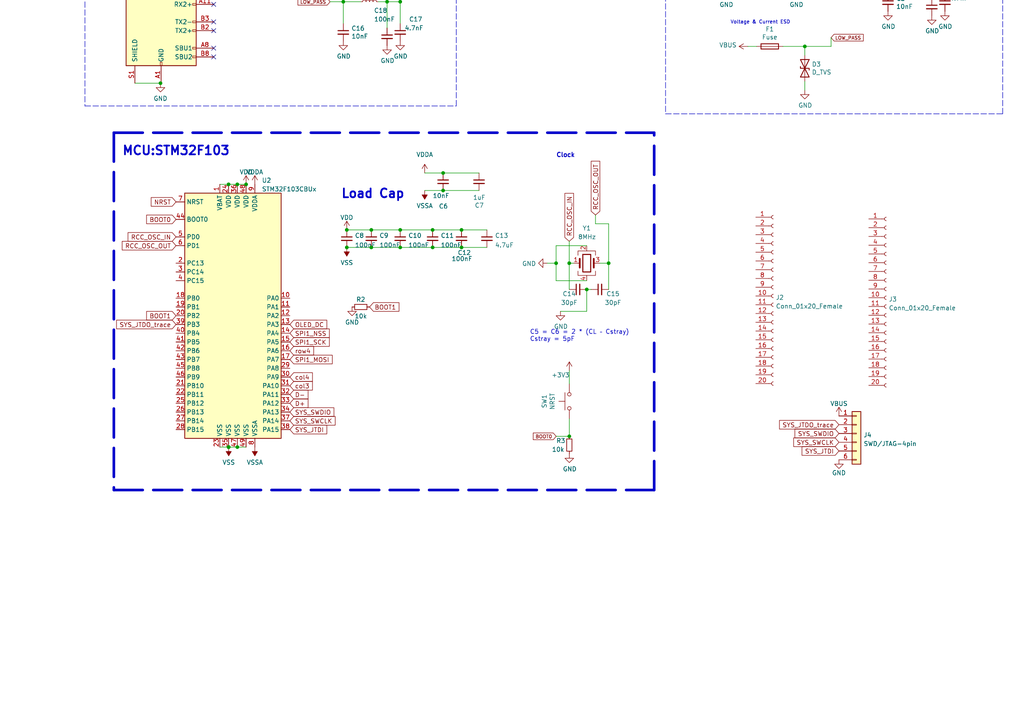
<source format=kicad_sch>
(kicad_sch (version 20211123) (generator eeschema)
  (paper "A4")
  (lib_symbols
    (symbol "Connector:Conn_01x20_Female" (pin_names (offset 1.016) hide)
      (property "Reference" "J" (at 0 25.4 0))
      (property "Value" "Conn_01x20_Female" (at 0 -27.94 0))
      (symbol "Conn_01x20_Female_1_1"
        (pin passive line (at -5.08 22.86 0) (length 3.81) (name "Pin_1") (number "1"))
        (pin passive line (at -5.08 0 0) (length 3.81) (name "Pin_10") (number "10"))
        (pin passive line (at -5.08 -2.54 0) (length 3.81) (name "Pin_11") (number "11"))
        (pin passive line (at -5.08 -5.08 0) (length 3.81) (name "Pin_12") (number "12"))
        (pin passive line (at -5.08 -7.62 0) (length 3.81) (name "Pin_13") (number "13"))
        (pin passive line (at -5.08 -10.16 0) (length 3.81) (name "Pin_14") (number "14"))
        (pin passive line (at -5.08 -12.7 0) (length 3.81) (name "Pin_15") (number "15"))
        (pin passive line (at -5.08 -15.24 0) (length 3.81) (name "Pin_16") (number "16"))
        (pin passive line (at -5.08 -17.78 0) (length 3.81) (name "Pin_17") (number "17"))
        (pin passive line (at -5.08 -20.32 0) (length 3.81) (name "Pin_18") (number "18"))
        (pin passive line (at -5.08 -22.86 0) (length 3.81) (name "Pin_19") (number "19"))
        (pin passive line (at -5.08 20.32 0) (length 3.81) (name "Pin_2") (number "2"))
        (pin passive line (at -5.08 -25.4 0) (length 3.81) (name "Pin_20") (number "20"))
        (pin passive line (at -5.08 17.78 0) (length 3.81) (name "Pin_3") (number "3"))
        (pin passive line (at -5.08 15.24 0) (length 3.81) (name "Pin_4") (number "4"))
        (pin passive line (at -5.08 12.7 0) (length 3.81) (name "Pin_5") (number "5"))
        (pin passive line (at -5.08 10.16 0) (length 3.81) (name "Pin_6") (number "6"))
        (pin passive line (at -5.08 7.62 0) (length 3.81) (name "Pin_7") (number "7"))
        (pin passive line (at -5.08 5.08 0) (length 3.81) (name "Pin_8") (number "8"))
        (pin passive line (at -5.08 2.54 0) (length 3.81) (name "Pin_9") (number "9"))
      )
    )
    (symbol "Connector:USB_C_Receptacle" (pin_names (offset 1.016))
      (property "Reference" "J" (at -10.16 29.21 0))
      (property "Value" "USB_C_Receptacle" (at 10.16 29.21 0))
      (symbol "USB_C_Receptacle_1_1"
        (pin passive line (at 0 -40.64 90) (length 5.08) (name "GND") (number "A1"))
        (pin bidirectional line (at 15.24 -15.24 180) (length 5.08) (name "RX2-") (number "A10"))
        (pin bidirectional line (at 15.24 -17.78 180) (length 5.08) (name "RX2+") (number "A11"))
        (pin passive line (at 0 -40.64 90) (length 5.08) hide (name "GND") (number "A12"))
        (pin bidirectional line (at 15.24 -10.16 180) (length 5.08) (name "TX1+") (number "A2"))
        (pin bidirectional line (at 15.24 -7.62 180) (length 5.08) (name "TX1-") (number "A3"))
        (pin passive line (at 15.24 25.4 180) (length 5.08) (name "VBUS") (number "A4"))
        (pin bidirectional line (at 15.24 20.32 180) (length 5.08) (name "CC1") (number "A5"))
        (pin bidirectional line (at 15.24 7.62 180) (length 5.08) (name "D+") (number "A6"))
        (pin bidirectional line (at 15.24 12.7 180) (length 5.08) (name "D-") (number "A7"))
        (pin bidirectional line (at 15.24 -30.48 180) (length 5.08) (name "SBU1") (number "A8"))
        (pin passive line (at 15.24 25.4 180) (length 5.08) hide (name "VBUS") (number "A9"))
        (pin passive line (at 0 -40.64 90) (length 5.08) hide (name "GND") (number "B1"))
        (pin bidirectional line (at 15.24 0 180) (length 5.08) (name "RX1-") (number "B10"))
        (pin bidirectional line (at 15.24 -2.54 180) (length 5.08) (name "RX1+") (number "B11"))
        (pin passive line (at 0 -40.64 90) (length 5.08) hide (name "GND") (number "B12"))
        (pin bidirectional line (at 15.24 -25.4 180) (length 5.08) (name "TX2+") (number "B2"))
        (pin bidirectional line (at 15.24 -22.86 180) (length 5.08) (name "TX2-") (number "B3"))
        (pin passive line (at 15.24 25.4 180) (length 5.08) hide (name "VBUS") (number "B4"))
        (pin bidirectional line (at 15.24 17.78 180) (length 5.08) (name "CC2") (number "B5"))
        (pin bidirectional line (at 15.24 5.08 180) (length 5.08) (name "D+") (number "B6"))
        (pin bidirectional line (at 15.24 10.16 180) (length 5.08) (name "D-") (number "B7"))
        (pin bidirectional line (at 15.24 -33.02 180) (length 5.08) (name "SBU2") (number "B8"))
        (pin passive line (at 15.24 25.4 180) (length 5.08) hide (name "VBUS") (number "B9"))
        (pin passive line (at -7.62 -40.64 90) (length 5.08) (name "SHIELD") (number "S1"))
      )
    )
    (symbol "Connector_Generic:Conn_01x06" (pin_names (offset 1.016) hide)
      (property "Reference" "J" (at 0 7.62 0))
      (property "Value" "Conn_01x06" (at 0 -10.16 0))
      (symbol "Conn_01x06_1_1"
        (pin passive line (at -5.08 5.08 0) (length 3.81) (name "Pin_1") (number "1"))
        (pin passive line (at -5.08 2.54 0) (length 3.81) (name "Pin_2") (number "2"))
        (pin passive line (at -5.08 0 0) (length 3.81) (name "Pin_3") (number "3"))
        (pin passive line (at -5.08 -2.54 0) (length 3.81) (name "Pin_4") (number "4"))
        (pin passive line (at -5.08 -5.08 0) (length 3.81) (name "Pin_5") (number "5"))
        (pin passive line (at -5.08 -7.62 0) (length 3.81) (name "Pin_6") (number "6"))
      )
    )
    (symbol "Device:C_Small" (pin_numbers hide) (pin_names (offset 0.254) hide)
      (property "Reference" "C" (at 0.254 1.778 0))
      (property "Value" "C_Small" (at 0.254 -2.032 0))
      (symbol "C_Small_1_1"
        (pin passive line (at 0 2.54 270) (length 2.032) (name "~") (number "1"))
        (pin passive line (at 0 -2.54 90) (length 2.032) (name "~") (number "2"))
      )
    )
    (symbol "Device:Crystal_GND24" (pin_names (offset 1.016) hide)
      (property "Reference" "Y" (at 3.175 5.08 0))
      (property "Value" "Crystal_GND24" (at 3.175 3.175 0))
      (symbol "Crystal_GND24_1_1"
        (pin passive line (at -3.81 0 0) (length 1.27) (name "1") (number "1"))
        (pin passive line (at 0 5.08 270) (length 1.27) (name "2") (number "2"))
        (pin passive line (at 3.81 0 180) (length 1.27) (name "3") (number "3"))
        (pin passive line (at 0 -5.08 90) (length 1.27) (name "4") (number "4"))
      )
    )
    (symbol "Device:D_TVS" (pin_numbers hide) (pin_names (offset 1.016) hide)
      (property "Reference" "D" (at 0 2.54 0))
      (property "Value" "D_TVS" (at 0 -2.54 0))
      (symbol "D_TVS_1_1"
        (pin passive line (at -3.81 0 0) (length 2.54) (name "A1") (number "1"))
        (pin passive line (at 3.81 0 180) (length 2.54) (name "A2") (number "2"))
      )
    )
    (symbol "Device:Fuse" (pin_numbers hide) (pin_names (offset 0))
      (property "Reference" "F" (at 2.032 0 90))
      (property "Value" "Fuse" (at -1.905 0 90))
      (symbol "Fuse_1_1"
        (pin passive line (at 0 3.81 270) (length 1.27) (name "~") (number "1"))
        (pin passive line (at 0 -3.81 90) (length 1.27) (name "~") (number "2"))
      )
    )
    (symbol "Device:LED" (pin_numbers hide) (pin_names (offset 1.016) hide)
      (property "Reference" "D" (at 0 2.54 0))
      (property "Value" "LED" (at 0 -2.54 0))
      (symbol "LED_1_1"
        (pin passive line (at -3.81 0 0) (length 2.54) (name "K") (number "1"))
        (pin passive line (at 3.81 0 180) (length 2.54) (name "A") (number "2"))
      )
    )
    (symbol "Device:L_Small" (pin_numbers hide) (pin_names (offset 0.254) hide)
      (property "Reference" "L" (at 0.762 1.016 0))
      (property "Value" "L_Small" (at 0.762 -1.016 0))
      (symbol "L_Small_1_1"
        (pin passive line (at 0 2.54 270) (length 0.508) (name "~") (number "1"))
        (pin passive line (at 0 -2.54 90) (length 0.508) (name "~") (number "2"))
      )
    )
    (symbol "Device:R_Small" (pin_numbers hide) (pin_names (offset 0.254) hide)
      (property "Reference" "R" (at 0.762 0.508 0))
      (property "Value" "R_Small" (at 0.762 -1.016 0))
      (symbol "R_Small_1_1"
        (pin passive line (at 0 2.54 270) (length 0.762) (name "~") (number "1"))
        (pin passive line (at 0 -2.54 90) (length 0.762) (name "~") (number "2"))
      )
    )
    (symbol "MCU_ST_STM32F1:STM32F103CBUx"
      (property "Reference" "U" (at -15.24 36.83 0))
      (property "Value" "STM32F103CBUx" (at 7.62 36.83 0))
      (symbol "STM32F103CBUx_1_1"
        (pin power_in line (at -5.08 38.1 270) (length 2.54) (name "VBAT") (number "1"))
        (pin bidirectional line (at 15.24 5.08 180) (length 2.54) (name "PA0") (number "10"))
        (pin bidirectional line (at 15.24 2.54 180) (length 2.54) (name "PA1") (number "11"))
        (pin bidirectional line (at 15.24 0 180) (length 2.54) (name "PA2") (number "12"))
        (pin bidirectional line (at 15.24 -2.54 180) (length 2.54) (name "PA3") (number "13"))
        (pin bidirectional line (at 15.24 -5.08 180) (length 2.54) (name "PA4") (number "14"))
        (pin bidirectional line (at 15.24 -7.62 180) (length 2.54) (name "PA5") (number "15"))
        (pin bidirectional line (at 15.24 -10.16 180) (length 2.54) (name "PA6") (number "16"))
        (pin bidirectional line (at 15.24 -12.7 180) (length 2.54) (name "PA7") (number "17"))
        (pin bidirectional line (at -17.78 5.08 0) (length 2.54) (name "PB0") (number "18"))
        (pin bidirectional line (at -17.78 2.54 0) (length 2.54) (name "PB1") (number "19"))
        (pin bidirectional line (at -17.78 15.24 0) (length 2.54) (name "PC13") (number "2"))
        (pin bidirectional line (at -17.78 0 0) (length 2.54) (name "PB2") (number "20"))
        (pin bidirectional line (at -17.78 -20.32 0) (length 2.54) (name "PB10") (number "21"))
        (pin bidirectional line (at -17.78 -22.86 0) (length 2.54) (name "PB11") (number "22"))
        (pin power_in line (at -5.08 -38.1 90) (length 2.54) (name "VSS") (number "23"))
        (pin power_in line (at -2.54 38.1 270) (length 2.54) (name "VDD") (number "24"))
        (pin bidirectional line (at -17.78 -25.4 0) (length 2.54) (name "PB12") (number "25"))
        (pin bidirectional line (at -17.78 -27.94 0) (length 2.54) (name "PB13") (number "26"))
        (pin bidirectional line (at -17.78 -30.48 0) (length 2.54) (name "PB14") (number "27"))
        (pin bidirectional line (at -17.78 -33.02 0) (length 2.54) (name "PB15") (number "28"))
        (pin bidirectional line (at 15.24 -15.24 180) (length 2.54) (name "PA8") (number "29"))
        (pin bidirectional line (at -17.78 12.7 0) (length 2.54) (name "PC14") (number "3"))
        (pin bidirectional line (at 15.24 -17.78 180) (length 2.54) (name "PA9") (number "30"))
        (pin bidirectional line (at 15.24 -20.32 180) (length 2.54) (name "PA10") (number "31"))
        (pin bidirectional line (at 15.24 -22.86 180) (length 2.54) (name "PA11") (number "32"))
        (pin bidirectional line (at 15.24 -25.4 180) (length 2.54) (name "PA12") (number "33"))
        (pin bidirectional line (at 15.24 -27.94 180) (length 2.54) (name "PA13") (number "34"))
        (pin power_in line (at -2.54 -38.1 90) (length 2.54) (name "VSS") (number "35"))
        (pin power_in line (at 0 38.1 270) (length 2.54) (name "VDD") (number "36"))
        (pin bidirectional line (at 15.24 -30.48 180) (length 2.54) (name "PA14") (number "37"))
        (pin bidirectional line (at 15.24 -33.02 180) (length 2.54) (name "PA15") (number "38"))
        (pin bidirectional line (at -17.78 -2.54 0) (length 2.54) (name "PB3") (number "39"))
        (pin bidirectional line (at -17.78 10.16 0) (length 2.54) (name "PC15") (number "4"))
        (pin bidirectional line (at -17.78 -5.08 0) (length 2.54) (name "PB4") (number "40"))
        (pin bidirectional line (at -17.78 -7.62 0) (length 2.54) (name "PB5") (number "41"))
        (pin bidirectional line (at -17.78 -10.16 0) (length 2.54) (name "PB6") (number "42"))
        (pin bidirectional line (at -17.78 -12.7 0) (length 2.54) (name "PB7") (number "43"))
        (pin input line (at -17.78 27.94 0) (length 2.54) (name "BOOT0") (number "44"))
        (pin bidirectional line (at -17.78 -15.24 0) (length 2.54) (name "PB8") (number "45"))
        (pin bidirectional line (at -17.78 -17.78 0) (length 2.54) (name "PB9") (number "46"))
        (pin power_in line (at 0 -38.1 90) (length 2.54) (name "VSS") (number "47"))
        (pin power_in line (at 2.54 38.1 270) (length 2.54) (name "VDD") (number "48"))
        (pin power_in line (at 2.54 -38.1 90) (length 2.54) (name "VSS") (number "49"))
        (pin input line (at -17.78 22.86 0) (length 2.54) (name "PD0") (number "5"))
        (pin input line (at -17.78 20.32 0) (length 2.54) (name "PD1") (number "6"))
        (pin input line (at -17.78 33.02 0) (length 2.54) (name "NRST") (number "7"))
        (pin power_in line (at 5.08 -38.1 90) (length 2.54) (name "VSSA") (number "8"))
        (pin power_in line (at 5.08 38.1 270) (length 2.54) (name "VDDA") (number "9"))
      )
    )
    (symbol "Regulator_Linear:MCP1754S-3302xCB"
      (property "Reference" "U" (at -3.81 3.175 0))
      (property "Value" "MCP1754S-3302xCB" (at -0.635 3.175 0))
      (symbol "MCP1754S-3302xCB_1_1"
        (pin power_in line (at 0 -7.62 90) (length 2.54) (name "GND") (number "1"))
        (pin power_out line (at 7.62 0 180) (length 2.54) (name "VO") (number "2"))
        (pin power_in line (at -7.62 0 0) (length 2.54) (name "VI") (number "3"))
      )
    )
    (symbol "Switch:SW_Push" (pin_numbers hide) (pin_names (offset 1.016) hide)
      (property "Reference" "SW" (at 1.27 2.54 0))
      (property "Value" "SW_Push" (at 0 -1.524 0))
      (symbol "SW_Push_0_1"
        (pin passive line (at -5.08 0 0) (length 2.54) (name "1") (number "1"))
        (pin passive line (at 5.08 0 180) (length 2.54) (name "2") (number "2"))
      )
    )
    (symbol "power:+3.3V" (power) (pin_names (offset 0))
      (property "Value" "+3.3V" (at 0 3.556 0))
      (symbol "+3.3V_1_1"
        (pin power_in line (at 0 0 90) (length 0) hide (name "+3V3") (number "1"))
      )
    )
    (symbol "power:+5V" (power) (pin_names (offset 0))
      (property "Value" "+5V" (at 0 3.556 0))
      (symbol "+5V_1_1"
        (pin power_in line (at 0 0 90) (length 0) hide (name "+5V") (number "1"))
      )
    )
    (symbol "power:GND" (power) (pin_names (offset 0))
      (property "Value" "GND" (at 0 -3.81 0))
      (symbol "GND_1_1"
        (pin power_in line (at 0 0 270) (length 0) hide (name "GND") (number "1"))
      )
    )
    (symbol "power:PWR_FLAG" (power) (pin_numbers hide) (pin_names (offset 0) hide)
      (property "Value" "PWR_FLAG" (at 0 3.81 0))
      (symbol "PWR_FLAG_0_0"
        (pin power_out line (at 0 0 90) (length 0) (name "pwr") (number "1"))
      )
    )
    (symbol "power:VBUS" (power) (pin_names (offset 0))
      (property "Value" "VBUS" (at 0 3.81 0))
      (symbol "VBUS_1_1"
        (pin power_in line (at 0 0 90) (length 0) hide (name "VBUS") (number "1"))
      )
    )
    (symbol "power:VDD" (power) (pin_names (offset 0))
      (property "Value" "VDD" (at 0 3.81 0))
      (symbol "VDD_1_1"
        (pin power_in line (at 0 0 90) (length 0) hide (name "VDD") (number "1"))
      )
    )
    (symbol "power:VDDA" (power) (pin_names (offset 0))
      (property "Value" "VDDA" (at 0 3.81 0))
      (symbol "VDDA_1_1"
        (pin power_in line (at 0 0 90) (length 0) hide (name "VDDA") (number "1"))
      )
    )
    (symbol "power:VSS" (power) (pin_names (offset 0))
      (property "Value" "VSS" (at 0 3.81 0))
      (symbol "VSS_1_1"
        (pin power_in line (at 0 0 90) (length 0) hide (name "VSS") (number "1"))
      )
    )
    (symbol "power:VSSA" (power) (pin_names (offset 0))
      (property "Value" "VSSA" (at 0 3.81 0))
      (symbol "VSSA_1_1"
        (pin power_in line (at 0 0 90) (length 0) hide (name "VSSA") (number "1"))
      )
    )
  )
  (junction (at 125.476 71.7641))
  (junction (at 165.127 126.5554))
  (junction (at 68.834 129.6761))
  (junction (at 257.556 -8.128))
  (junction (at 128.524 50.1741))
  (junction (at 61.976 -26.67))
  (junction (at 125.476 66.6841))
  (junction (at 210.566 -15.748))
  (junction (at 165.1 76.3361))
  (junction (at 133.858 71.7641))
  (junction (at 233.426 13.462))
  (junction (at 128.524 55.2541))
  (junction (at 112.268 0.508))
  (junction (at 46.5454 24.13))
  (junction (at 274.066 -8.128))
  (junction (at 107.696 71.7641))
  (junction (at 66.294 129.6761))
  (junction (at 176.53 76.3361))
  (junction (at 116.078 0.508))
  (junction (at 270.256 -8.128))
  (junction (at 116.078 66.6841))
  (junction (at 66.3334 129.6761))
  (junction (at 61.976 -24.13))
  (junction (at 170.18 83.9561))
  (junction (at 133.858 66.6841))
  (junction (at 232.156 -15.748))
  (junction (at 107.696 66.6841))
  (junction (at 230.886 -15.748))
  (junction (at 71.374 53.4761))
  (junction (at 99.568 0.508))
  (junction (at 161.29 76.3361))
  (junction (at 68.834 53.4761))
  (junction (at 108.204 -35.814))
  (junction (at 100.584 66.6841))
  (junction (at 274.066 -11.938))
  (junction (at 66.294 53.4761))
  (junction (at 116.078 71.7641))
  (junction (at 100.584 71.7641))
  (junction (at 116.078 -3.302))
  (no_connect (at 61.976 -16.51))
  (no_connect (at 61.976 -13.97))
  (no_connect (at 61.976 -8.89))
  (no_connect (at 61.976 -6.35))
  (no_connect (at 61.976 -1.27))
  (no_connect (at 61.976 1.27))
  (no_connect (at 61.976 6.35))
  (no_connect (at 61.976 8.89))
  (no_connect (at 61.976 13.97))
  (no_connect (at 61.976 16.51))
  (wire (pts (xy 161.29 76.3361) (xy 161.29 81.4161)))
  (wire (pts (xy 253.746 -8.128) (xy 257.556 -8.128)))
  (polyline (pts (xy 193.04 33.02) (xy 290.83 33.02)))
  (wire (pts (xy 128.524 50.1741) (xy 123.1814 50.1741)))
  (wire (pts (xy 101.854 -35.814) (xy 108.204 -35.814)))
  (polyline (pts (xy 24.638 -49.784) (xy 24.638 30.734)))
  (wire (pts (xy 46.5454 24.13) (xy 46.736 24.13)))
  (wire (pts (xy 61.976 -36.83) (xy 63.246 -36.83)))
  (wire (pts (xy 63.754 129.6761) (xy 66.294 129.6761)))
  (wire (pts (xy 230.886 -15.748) (xy 230.886 -8.128)))
  (wire (pts (xy 66.294 129.6761) (xy 66.3334 129.6761)))
  (wire (pts (xy 241.046 13.462) (xy 241.046 10.922)))
  (wire (pts (xy 68.834 53.4761) (xy 71.374 53.4761)))
  (polyline (pts (xy 33.02 38.4901) (xy 189.738 38.4901)) (stroke (width 0.762) (type dash)))
  (wire (pts (xy 233.426 13.462) (xy 233.426 16.002)))
  (wire (pts (xy 227.076 13.462) (xy 233.426 13.462)))
  (wire (pts (xy 107.696 66.6841) (xy 116.078 66.6841)))
  (wire (pts (xy 233.426 23.622) (xy 233.426 26.162)))
  (wire (pts (xy 68.834 129.6761) (xy 71.374 129.6761)))
  (wire (pts (xy 257.556 -8.128) (xy 257.556 -1.778)))
  (wire (pts (xy 61.976 -29.21) (xy 61.976 -26.67)))
  (wire (pts (xy 165.1 76.3361) (xy 165.1 69.9861)))
  (wire (pts (xy 267.716 -8.128) (xy 270.256 -8.128)))
  (wire (pts (xy 176.53 76.3361) (xy 176.53 83.9561)))
  (wire (pts (xy 210.566 -15.748) (xy 210.566 -24.638)))
  (wire (pts (xy 210.566 -24.638) (xy 216.916 -24.638)))
  (wire (pts (xy 108.204 -25.654) (xy 108.204 -23.114)))
  (wire (pts (xy 176.53 64.9061) (xy 172.72 64.9061)))
  (wire (pts (xy 115.824 -35.814) (xy 115.824 -38.354)))
  (wire (pts (xy 61.976 -34.29) (xy 63.246 -34.29)))
  (wire (pts (xy 213.106 -15.748) (xy 210.566 -15.748)))
  (wire (pts (xy 39.116 24.13) (xy 46.5454 24.13)))
  (polyline (pts (xy 132.334 30.734) (xy 132.334 -49.784)))
  (wire (pts (xy 230.886 -15.748) (xy 232.156 -15.748)))
  (wire (pts (xy 162.56 90.3061) (xy 170.18 90.3061)))
  (wire (pts (xy 161.29 76.3361) (xy 158.75 76.3361)))
  (wire (pts (xy 112.268 0.508) (xy 116.078 0.508)))
  (wire (pts (xy 133.858 71.7641) (xy 141.224 71.7641)))
  (wire (pts (xy 125.476 71.7641) (xy 133.858 71.7641)))
  (wire (pts (xy 232.156 -15.748) (xy 233.426 -15.748)))
  (wire (pts (xy 165.1 83.9561) (xy 165.1 76.3361)))
  (wire (pts (xy 274.066 -13.208) (xy 274.066 -11.938)))
  (wire (pts (xy 268.986 -30.988) (xy 274.066 -30.988)))
  (wire (pts (xy 166.37 76.3361) (xy 165.1 76.3361)))
  (wire (pts (xy 95.758 0.508) (xy 99.568 0.508)))
  (wire (pts (xy 116.078 66.6841) (xy 125.476 66.6841)))
  (polyline (pts (xy 24.638 30.734) (xy 132.334 30.734)))
  (wire (pts (xy 125.476 71.7641) (xy 116.078 71.7641)))
  (wire (pts (xy 116.078 71.7641) (xy 107.696 71.7641)))
  (wire (pts (xy 63.754 53.4761) (xy 66.294 53.4761)))
  (wire (pts (xy 116.078 -3.302) (xy 116.078 0.508)))
  (wire (pts (xy 219.456 13.462) (xy 216.916 13.462)))
  (wire (pts (xy 108.204 -35.814) (xy 115.824 -35.814)))
  (wire (pts (xy 170.18 71.2561) (xy 161.29 71.2561)))
  (wire (pts (xy 274.066 -11.938) (xy 274.066 -8.128)))
  (wire (pts (xy 112.268 0.508) (xy 112.268 8.128)))
  (wire (pts (xy 61.976 -24.13) (xy 61.976 -21.59)))
  (wire (pts (xy 257.556 -8.128) (xy 262.636 -8.128)))
  (wire (pts (xy 170.18 83.9561) (xy 171.45 83.9561)))
  (polyline (pts (xy 24.638 -49.784) (xy 132.334 -49.784)))
  (wire (pts (xy 128.524 50.1741) (xy 138.938 50.1741)))
  (wire (pts (xy 125.476 66.6841) (xy 133.858 66.6841)))
  (polyline (pts (xy 193.04 -40.132) (xy 290.83 -40.132)))
  (wire (pts (xy 170.18 90.3061) (xy 170.18 83.9561)))
  (wire (pts (xy 173.99 76.3361) (xy 176.53 76.3361)))
  (wire (pts (xy 161.29 71.2561) (xy 161.29 76.3361)))
  (polyline (pts (xy 290.83 33.02) (xy 290.83 -40.132)))
  (wire (pts (xy 232.156 -28.448) (xy 238.506 -28.448)))
  (wire (pts (xy 233.426 13.462) (xy 241.046 13.462)))
  (wire (pts (xy 133.858 66.6841) (xy 141.224 66.6841)))
  (wire (pts (xy 61.976 -26.67) (xy 67.1864 -26.67)))
  (polyline (pts (xy 33.02 38.4901) (xy 33.02 142.1221)) (stroke (width 0.762) (type dash)))
  (wire (pts (xy 224.536 -24.638) (xy 230.886 -24.638)))
  (wire (pts (xy 116.078 -4.572) (xy 116.078 -3.302)))
  (polyline (pts (xy 33.02 142.1221) (xy 189.738 142.1221)) (stroke (width 0.762) (type dash)))
  (wire (pts (xy 107.696 71.7641) (xy 100.584 71.7641)))
  (wire (pts (xy 165.127 107.5054) (xy 165.127 111.3154)))
  (wire (pts (xy 109.728 0.508) (xy 112.268 0.508)))
  (wire (pts (xy 161.29 81.4161) (xy 170.18 81.4161)))
  (wire (pts (xy 165.127 126.5554) (xy 161.317 126.5554)))
  (wire (pts (xy 128.524 55.2541) (xy 123.1814 55.2541)))
  (wire (pts (xy 232.156 -28.448) (xy 232.156 -15.748)))
  (wire (pts (xy 274.066 -8.128) (xy 274.066 -1.778)))
  (wire (pts (xy 99.568 0.508) (xy 99.568 6.858)))
  (polyline (pts (xy 193.04 -40.132) (xy 193.04 33.02)))
  (wire (pts (xy 94.234 -35.814) (xy 91.694 -35.814)))
  (wire (pts (xy 230.886 -24.638) (xy 230.886 -15.748)))
  (wire (pts (xy 138.938 55.2541) (xy 128.524 55.2541)))
  (polyline (pts (xy 189.738 142.1221) (xy 189.738 38.4901)) (stroke (width 0.762) (type dash)))
  (wire (pts (xy 274.066 -30.988) (xy 274.066 -28.448)))
  (wire (pts (xy 108.204 -35.814) (xy 108.204 -33.274)))
  (wire (pts (xy 270.256 -8.128) (xy 270.256 -0.508)))
  (wire (pts (xy 209.296 -15.748) (xy 210.566 -15.748)))
  (wire (pts (xy 270.256 -8.128) (xy 274.066 -8.128)))
  (wire (pts (xy 116.078 0.508) (xy 116.078 6.858)))
  (wire (pts (xy 165.127 126.5554) (xy 165.127 121.4754)))
  (wire (pts (xy 66.294 53.4761) (xy 68.834 53.4761)))
  (wire (pts (xy 99.568 0.508) (xy 104.648 0.508)))
  (wire (pts (xy 228.346 -15.748) (xy 230.886 -15.748)))
  (wire (pts (xy 172.72 64.9061) (xy 172.72 62.3661)))
  (wire (pts (xy 100.584 66.6841) (xy 107.696 66.6841)))
  (wire (pts (xy 210.566 -15.748) (xy 210.566 -8.128)))
  (wire (pts (xy 66.3334 129.6761) (xy 68.834 129.6761)))
  (wire (pts (xy 61.976 -24.13) (xy 67.1694 -24.13)))
  (wire (pts (xy 176.53 64.9061) (xy 176.53 76.3361)))
  (text "MCU:STM32F103" (at 35.306 45.3481 0) (effects (font (size 2.54 2.54) (thickness 0.508) bold) (justify left bottom)))
  (text "Load Cap\n" (at 98.806 57.7941 0) (effects (font (size 2.54 2.54) (thickness 0.508) bold) (justify left bottom)))
  (text "Clock" (at 161.29 45.8561 0) (effects (font (size 1.27 1.27) (thickness 0.254) bold) (justify left bottom)))
  (text "Voltage & Current ESD" (at 211.836 7.112 0) (effects (font (size 0.9906 0.9906)) (justify left bottom)))
  (text "Low Pass Filter\n" (at 88.138 -5.842 0) (effects (font (size 0.9906 0.9906)) (justify left bottom)))
  (text "Regulator" (at 202.946 -28.448 0) (effects (font (size 0.9906 0.9906)) (justify left bottom)))
  (text "C5 = C6 = 2 * (CL – Cstray)\nCstray = 5pF" (at 153.67 99.1961 0) (effects (font (size 1.27 1.27)) (justify left bottom)))
  (text "Low Pass Filter\n" (at 246.126 -14.478 0) (effects (font (size 0.9906 0.9906)) (justify left bottom)))
  (global_label "LOW_PASS" (shape input) (at 115.824 -38.354 0) (effects (font (size 0.9906 0.9906))) (property "Intersheet References" "${INTERSHEET_REFS}" (effects hide)))
  (global_label "D+" (shape input) (at 84.074 116.9761 0) (property "Intersheet References" "${INTERSHEET_REFS}" (effects hide)))
  (global_label "NRST" (shape input) (at 51.054 58.5561 180) (property "Intersheet References" "${INTERSHEET_REFS}" (effects hide)))
  (global_label "SYS_SWCLK" (shape input) (at 84.074 122.0561 0) (property "Intersheet References" "${INTERSHEET_REFS}" (effects hide)))
  (global_label "D-" (shape input) (at 84.074 114.4361 0) (property "Intersheet References" "${INTERSHEET_REFS}" (effects hide)))
  (global_label "SYS_SWCLK" (shape input) (at 243.332 128.27 180) (property "Intersheet References" "${INTERSHEET_REFS}" (effects hide)))
  (global_label "RCC_OSC_IN" (shape input) (at 51.054 68.7161 180) (property "Intersheet References" "${INTERSHEET_REFS}" (effects hide)))
  (global_label "col3" (shape input) (at 84.074 111.8961 0) (property "Intersheet References" "${INTERSHEET_REFS}" (effects hide)))
  (global_label "SYS_JTDI" (shape input) (at 84.074 124.5961 0) (property "Intersheet References" "${INTERSHEET_REFS}" (effects hide)))
  (global_label "LOW_PASS" (shape input) (at 241.046 10.922 0) (effects (font (size 0.9906 0.9906))) (property "Intersheet References" "${INTERSHEET_REFS}" (effects hide)))
  (global_label "LOW_PASS" (shape input) (at 253.746 -8.128 180) (effects (font (size 0.9906 0.9906))) (property "Intersheet References" "${INTERSHEET_REFS}" (effects hide)))
  (global_label "D-" (shape input) (at 67.1864 -26.67 0) (property "Intersheet References" "${INTERSHEET_REFS}" (effects hide)))
  (global_label "SYS_SWDIO" (shape input) (at 84.074 119.5161 0) (property "Intersheet References" "${INTERSHEET_REFS}" (effects hide)))
  (global_label "SYS_JTDO_trace" (shape input) (at 51.054 94.1161 180) (property "Intersheet References" "${INTERSHEET_REFS}" (effects hide)))
  (global_label "SYS_JTDI" (shape input) (at 243.332 130.81 180) (property "Intersheet References" "${INTERSHEET_REFS}" (effects hide)))
  (global_label "SYS_SWDIO" (shape input) (at 243.332 125.73 180) (property "Intersheet References" "${INTERSHEET_REFS}" (effects hide)))
  (global_label "D+" (shape input) (at 67.1694 -24.13 0) (property "Intersheet References" "${INTERSHEET_REFS}" (effects hide)))
  (global_label "col4" (shape input) (at 84.074 109.3561 0) (property "Intersheet References" "${INTERSHEET_REFS}" (effects hide)))
  (global_label "RCC_OSC_OUT" (shape input) (at 51.054 71.2561 180) (property "Intersheet References" "${INTERSHEET_REFS}" (effects hide)))
  (global_label "SPI1_SCK" (shape input) (at 84.074 99.1961 0) (property "Intersheet References" "${INTERSHEET_REFS}" (effects hide)))
  (global_label "RCC_OSC_IN" (shape input) (at 165.1 69.9861 90) (property "Intersheet References" "${INTERSHEET_REFS}" (effects hide)))
  (global_label "RCC_OSC_OUT" (shape input) (at 172.72 62.3661 90) (property "Intersheet References" "${INTERSHEET_REFS}" (effects hide)))
  (global_label "BOOT0" (shape input) (at 161.317 126.5554 180) (effects (font (size 0.9906 0.9906))) (property "Intersheet References" "${INTERSHEET_REFS}" (effects hide)))
  (global_label "SPI1_NSS" (shape input) (at 84.074 96.6561 0) (property "Intersheet References" "${INTERSHEET_REFS}" (effects hide)))
  (global_label "OLED_DC" (shape input) (at 84.074 94.1161 0) (property "Intersheet References" "${INTERSHEET_REFS}" (effects hide)))
  (global_label "SPI1_MOSI" (shape input) (at 84.074 104.2761 0) (property "Intersheet References" "${INTERSHEET_REFS}" (effects hide)))
  (global_label "BOOT1" (shape input) (at 107.188 89.0361 0) (property "Intersheet References" "${INTERSHEET_REFS}" (effects hide)))
  (global_label "BOOT1" (shape input) (at 51.054 91.5761 180) (property "Intersheet References" "${INTERSHEET_REFS}" (effects hide)))
  (global_label "row4" (shape input) (at 84.074 101.7361 0) (property "Intersheet References" "${INTERSHEET_REFS}" (effects hide)))
  (global_label "SYS_JTDO_trace" (shape input) (at 243.332 123.19 180) (property "Intersheet References" "${INTERSHEET_REFS}" (effects hide)))
  (global_label "BOOT0" (shape input) (at 51.054 63.6361 180) (property "Intersheet References" "${INTERSHEET_REFS}" (effects hide)))
  (global_label "LOW_PASS" (shape input) (at 95.758 0.508 180) (effects (font (size 0.9906 0.9906))) (property "Intersheet References" "${INTERSHEET_REFS}" (effects hide)))
  (symbol (lib_id "Connector:USB_C_Receptacle") (at 46.736 -16.51 0) (unit 1)
    (property "Reference" "J1" (at 46.736 -48.1498 0))
    (property "Value" "USB_C_Receptacle" (at 46.736 -45.6129 0))
    (property "Datasheet" "https://www.usb.org/sites/default/files/documents/usb_type-c.zip" (effects hide))
  )
  (symbol (lib_id "power:GND") (at 233.426 26.162 0) (unit 1)
    (property "Reference" "#PWR014" (effects hide))
    (property "Value" "GND" (at 233.553 30.5562 0))
  )
  (symbol (lib_id "Device:D_TVS") (at 108.204 -29.464 270) (unit 1)
    (property "Reference" "D4" (at 110.2106 -30.6324 90) (effects (justify left)))
    (property "Value" "D_TVS" (at 110.2106 -28.321 90) (effects (justify left)))
    (property "Footprint" "Diode_SMD:D_0402_1005Metric" (effects hide))
    (property "Manuf" "BORN" (effects hide))
    (property "Manuf Part#" "RCLAMP0521P-N" (effects hide))
  )
  (symbol (lib_id "Connector_Generic:Conn_01x06") (at 248.412 125.73 0) (unit 1)
    (property "Reference" "J4" (at 250.444 126.1653 0) (effects (justify left)))
    (property "Value" "SWD/JTAG-4pin" (at 250.444 128.7022 0) (effects (justify left)))
    (property "Footprint" "Connector_PinHeader_2.54mm:PinHeader_1x06_P2.54mm_Horizontal" (effects hide))
  )
  (symbol (lib_id "power:VDDA") (at 73.914 53.4761 0) (unit 1)
    (property "Reference" "#PWR017" (effects hide))
    (property "Value" "VDDA" (at 73.914 49.9003 0))
  )
  (symbol (lib_id "power:VSSA") (at 123.1814 55.2541 180) (unit 1)
    (property "Reference" "#PWR018" (effects hide))
    (property "Value" "VSSA" (at 123.1814 59.6975 0))
  )
  (symbol (lib_id "power:VBUS") (at 91.694 -35.814 90) (unit 1)
    (property "Reference" "#PWR031" (effects hide))
    (property "Value" "VBUS" (at 88.4682 -36.195 90) (effects (justify left)))
  )
  (symbol (lib_id "power:VSS") (at 66.3334 129.6761 180) (unit 1)
    (property "Reference" "#PWR027" (effects hide))
    (property "Value" "VSS" (at 66.3334 134.1195 0))
  )
  (symbol (lib_id "Device:L_Small") (at 107.188 0.508 90) (unit 1)
    (property "Reference" "L2" (at 107.188 -4.191 90))
    (property "Value" "30@100MHz" (at 107.188 -1.8796 90))
    (property "Footprint" "Inductor_SMD:L_0402_1005Metric" (effects hide))
    (property "Manuf" "FH(Guangdong Fenghua Advanced Tech)" (effects hide))
    (property "Manuf Part#" "CBG100505U330T" (effects hide))
  )
  (symbol (lib_id "power:+5V") (at 116.078 -4.572 0) (unit 1)
    (property "Reference" "#PWR035" (effects hide))
    (property "Value" "+5V" (at 116.459 -8.9662 0))
  )
  (symbol (lib_id "Device:C_Small") (at 274.066 0.762 0) (unit 1)
    (property "Reference" "C4" (at 276.606 -3.048 0) (effects (justify left)))
    (property "Value" "4.7nF" (at 275.336 -0.508 0) (effects (justify left)))
    (property "Footprint" "Capacitors_SMD:C_0402_1005Metric" (effects hide))
    (property "Manuf" "Taiyo Yuden" (effects hide))
    (property "Manuf Part#" "LMK105SD472JV-F" (effects hide))
  )
  (symbol (lib_id "power:VSS") (at 100.584 71.7641 180) (unit 1)
    (property "Reference" "#PWR020" (effects hide))
    (property "Value" "VSS" (at 100.584 76.2075 0))
  )
  (symbol (lib_id "Device:C_Small") (at 173.99 83.9561 90) (unit 1)
    (property "Reference" "C15" (at 177.8 85.2261 90))
    (property "Value" "30pF" (at 177.8 87.7661 90))
    (property "Footprint" "Capacitor_SMD:C_0402_1005Metric" (effects hide))
    (property "Manufactor" "Murata Electronics" (effects hide))
    (property "Part#" "GCM1555C1H300JA16D" (effects hide))
  )
  (symbol (lib_id "power:GND") (at 99.568 11.938 0) (unit 1)
    (property "Reference" "#PWR036" (effects hide))
    (property "Value" "GND" (at 99.695 16.3322 0))
  )
  (symbol (lib_id "Device:R_Small") (at 65.786 -36.83 270) (unit 1)
    (property "Reference" "R4" (at 65.786 -41.8084 90))
    (property "Value" "5k1" (at 65.786 -36.83 90))
    (property "Footprint" "Resistor_SMD:R_0402_1005Metric" (effects hide))
    (property "Manuf" "YAGEO" (effects hide))
    (property "Manuf Part#" "AC0402FR-075K1L" (effects hide))
  )
  (symbol (lib_id "Device:L_Small") (at 265.176 -8.128 90) (unit 1)
    (property "Reference" "L1" (at 265.176 -12.827 90))
    (property "Value" "30@100MHz" (at 265.176 -10.5156 90))
    (property "Footprint" "Inductor_SMD:L_0402_1005Metric" (effects hide))
    (property "Manuf" "FH(Guangdong Fenghua Advanced Tech)" (effects hide))
    (property "Manuf Part#" "CBG100505U330T" (effects hide))
  )
  (symbol (lib_id "power:GND") (at 274.066 -28.448 0) (unit 1)
    (property "Reference" "#PWR03" (effects hide))
    (property "Value" "GND" (at 274.193 -24.0538 0))
  )
  (symbol (lib_id "power:VBUS") (at 243.332 120.65 0) (unit 1)
    (property "Reference" "#PWR024" (effects hide))
    (property "Value" "VBUS" (at 243.332 117.0742 0))
  )
  (symbol (lib_id "power:+3.3V") (at 233.426 -15.748 270) (unit 1)
    (property "Reference" "#PWR05" (effects hide))
    (property "Value" "+3.3V" (at 236.6772 -15.367 90) (effects (justify left)))
  )
  (symbol (lib_id "power:GND") (at 68.326 -34.29 90) (unit 1)
    (property "Reference" "#PWR033" (effects hide))
    (property "Value" "GND" (at 71.5772 -34.417 90) (effects (justify right)))
  )
  (symbol (lib_id "power:GND") (at 220.726 -8.128 0) (unit 1)
    (property "Reference" "#PWR07" (effects hide))
    (property "Value" "GND" (at 220.853 -3.7338 0))
  )
  (symbol (lib_id "Device:C_Small") (at 112.268 10.668 0) (unit 1)
    (property "Reference" "C18" (at 108.458 3.048 0) (effects (justify left)))
    (property "Value" "100nF" (at 108.458 5.588 0) (effects (justify left)))
    (property "Footprint" "Capacitors_SMD:C_0402_1005Metric" (effects hide))
    (property "Manuf" "Vishay Intertech" (effects hide))
    (property "Manuf Part#" "VJ0402G104KXQCW1BC" (effects hide))
  )
  (symbol (lib_id "Regulator_Linear:MCP1754S-3302xCB") (at 220.726 -15.748 0) (unit 1)
    (property "Reference" "U1" (at 220.726 -21.8948 0))
    (property "Value" "MCP1754S-3302xCB" (at 220.726 -19.5834 0))
    (property "Footprint" "Package_TO_SOT_SMD:SOT-23" (effects hide))
    (property "Datasheet" "http://ww1.microchip.com/downloads/en/DeviceDoc/20002276C.pdf" (effects hide))
    (property "Manuf" "Microchip Technology" (effects hide))
    (property "Manuf Part#" "MCP1754ST-3302E/CB" (effects hide))
  )
  (symbol (lib_id "power:GND") (at 116.078 11.938 0) (unit 1)
    (property "Reference" "#PWR037" (effects hide))
    (property "Value" "GND" (at 116.205 16.3322 0))
  )
  (symbol (lib_id "power:GND") (at 46.5454 24.13 0) (unit 1)
    (property "Reference" "#PWR039" (effects hide))
    (property "Value" "GND" (at 46.5454 28.5734 0))
  )
  (symbol (lib_id "power:VDD") (at 100.584 66.6841 0) (unit 1)
    (property "Reference" "#PWR019" (effects hide))
    (property "Value" "VDD" (at 100.584 63.1083 0))
  )
  (symbol (lib_id "Device:D_TVS") (at 220.726 -24.638 0) (unit 1)
    (property "Reference" "D2" (at 220.726 -30.1244 0))
    (property "Value" "D_TVS" (at 220.726 -27.813 0))
    (property "Footprint" "Diode_SMD:D_0402_1005Metric" (effects hide))
    (property "Manuf" "BORN" (effects hide))
    (property "Manuf Part#" "RCLAMP0521P-N" (effects hide))
  )
  (symbol (lib_id "power:+3.3V") (at 256.286 -30.988 0) (unit 1)
    (property "Reference" "#PWR01" (effects hide))
    (property "Value" "+3.3V" (at 255.016 -36.068 0))
  )
  (symbol (lib_id "power:VBUS") (at 216.916 13.462 90) (unit 1)
    (property "Reference" "#PWR013" (effects hide))
    (property "Value" "VBUS" (at 213.6902 13.081 90) (effects (justify left)))
  )
  (symbol (lib_id "Device:R_Small") (at 104.648 89.0361 270) (unit 1)
    (property "Reference" "R2" (at 104.648 86.868 90))
    (property "Value" "10k" (at 104.648 91.7031 90))
    (property "Footprint" "Resistor_SMD:R_0402_1005Metric" (effects hide))
    (property "Manufactor" "TyoHM" (effects hide))
  )
  (symbol (lib_id "Switch:SW_Push") (at 165.127 116.3954 90) (unit 1)
    (property "Reference" "SW1" (at 157.888 116.3954 0))
    (property "Value" "NRST" (at 160.1994 116.3954 0))
    (property "Footprint" "random-keyboard-parts:SKQG-1155865" (effects hide))
    (property "Manuf" "Alps Alpine" (effects hide))
    (property "Manuf Part#" "SKQGADE010" (effects hide))
  )
  (symbol (lib_id "power:VDD") (at 71.374 53.4761 0) (unit 1)
    (property "Reference" "#PWR016" (effects hide))
    (property "Value" "VDD" (at 71.374 49.9003 0))
  )
  (symbol (lib_id "Device:C_Small") (at 230.886 -5.588 0) (unit 1)
    (property "Reference" "C2" (at 233.2228 -6.7564 0) (effects (justify left)))
    (property "Value" "1uF" (at 233.2228 -4.445 0) (effects (justify left)))
    (property "Footprint" "Capacitors_SMD:C_0402_1005Metric" (effects hide))
    (property "Manuf" "EYANG(Shenzhen Eyang Tech Development)" (effects hide))
    (property "Manuf Part#" "C0402X7T105M6R3NTB" (effects hide))
  )
  (symbol (lib_id "power:GND") (at 270.256 4.572 0) (unit 1)
    (property "Reference" "#PWR012" (effects hide))
    (property "Value" "GND" (at 270.383 8.9662 0))
  )
  (symbol (lib_id "Device:C_Small") (at 99.568 9.398 0) (unit 1)
    (property "Reference" "C16" (at 101.9048 8.2296 0) (effects (justify left)))
    (property "Value" "10nF" (at 101.9048 10.541 0) (effects (justify left)))
    (property "Footprint" "Capacitors_SMD:C_0402_1005Metric" (effects hide))
    (property "Manuf" "Taiyo Yuden" (effects hide))
    (property "Manuf Part#" "UMK105B7103KVHF" (effects hide))
  )
  (symbol (lib_id "Device:C_Small") (at 167.64 83.9561 90) (unit 1)
    (property "Reference" "C14" (at 165.1 85.2261 90))
    (property "Value" "30pF" (at 165.1 87.7661 90))
    (property "Footprint" "Capacitor_SMD:C_0402_1005Metric" (effects hide))
    (property "Manufactor" "Murata Electronics" (effects hide))
    (property "Part#" "GCM1555C1H300JA16D" (effects hide))
  )
  (symbol (lib_id "Device:LED") (at 260.096 -30.988 180) (unit 1)
    (property "Reference" "D1" (at 260.2738 -37.465 0))
    (property "Value" "LED" (at 260.2738 -35.1536 0))
    (property "Footprint" "LED_SMD:LED_0603_1608Metric" (effects hide))
    (property "Manuf" "Foshan NationStar Optoelectronics" (effects hide))
    (property "Manuf Part#" "NCD0603O1" (effects hide))
  )
  (symbol (lib_id "power:GND") (at 102.108 89.0361 0) (unit 1)
    (property "Reference" "#PWR022" (effects hide))
    (property "Value" "GND" (at 102.108 93.4795 0))
  )
  (symbol (lib_id "power:VBUS") (at 61.976 -41.91 0) (unit 1)
    (property "Reference" "#PWR030" (effects hide))
    (property "Value" "VBUS" (at 61.976 -45.4858 0))
  )
  (symbol (lib_id "Device:C_Small") (at 141.224 69.2241 0) (unit 1)
    (property "Reference" "C13" (at 143.5481 68.3219 0) (effects (justify left)))
    (property "Value" "4.7uF" (at 143.5481 71.097 0) (effects (justify left)))
    (property "Footprint" "Capacitor_SMD:C_0402_1005Metric" (effects hide))
  )
  (symbol (lib_id "Device:C_Small") (at 116.078 9.398 0) (unit 1)
    (property "Reference" "C17" (at 118.618 5.588 0) (effects (justify left)))
    (property "Value" "4.7nF" (at 117.348 8.128 0) (effects (justify left)))
    (property "Footprint" "Capacitors_SMD:C_0402_1005Metric" (effects hide))
    (property "Manuf" "Taiyo Yuden" (effects hide))
    (property "Manuf Part#" "LMK105SD472JV-F" (effects hide))
  )
  (symbol (lib_id "MCU_ST_STM32F1:STM32F103CBUx") (at 68.834 91.5761 0) (unit 1)
    (property "Reference" "U2" (at 75.9334 52.3163 0) (effects (justify left)))
    (property "Value" "STM32F103CBUx" (at 75.9334 54.8532 0) (effects (justify left)))
    (property "Footprint" "Package_DFN_QFN:QFN-48-1EP_7x7mm_P0.5mm_EP5.6x5.6mm" (effects hide))
    (property "Datasheet" "http://www.st.com/st-web-ui/static/active/en/resource/technical/document/datasheet/CD00161566.pdf" (effects hide))
  )
  (symbol (lib_id "power:GND") (at 112.268 13.208 0) (unit 1)
    (property "Reference" "#PWR038" (effects hide))
    (property "Value" "GND" (at 112.395 17.6022 0))
  )
  (symbol (lib_id "Device:C_Small") (at 100.584 69.2241 0) (unit 1)
    (property "Reference" "C8" (at 102.9081 68.3219 0) (effects (justify left)))
    (property "Value" "100nF" (at 102.9081 71.097 0) (effects (justify left)))
    (property "Footprint" "Capacitor_SMD:C_0402_1005Metric" (effects hide))
    (property "Manufactor" "Vishay Intertech" (effects hide))
  )
  (symbol (lib_id "Device:C_Small") (at 128.524 52.7141 0) (unit 1)
    (property "Reference" "C6" (at 127.254 59.8261 0) (effects (justify left)))
    (property "Value" "10nF" (at 125.476 56.7781 0) (effects (justify left)))
    (property "Footprint" "Capacitor_SMD:C_0402_1005Metric" (effects hide))
    (property "Manufactor" "Vishay Intertech" (effects hide))
  )
  (symbol (lib_id "Device:D_TVS") (at 233.426 19.812 270) (unit 1)
    (property "Reference" "D3" (at 235.4326 18.6436 90) (effects (justify left)))
    (property "Value" "D_TVS" (at 235.4326 20.955 90) (effects (justify left)))
    (property "Footprint" "Diode_SMD:D_0402_1005Metric" (effects hide))
    (property "Manuf" "BORN" (effects hide))
    (property "Manuf Part#" "RCLAMP0521P-N" (effects hide))
  )
  (symbol (lib_id "power:GND") (at 210.566 -3.048 0) (unit 1)
    (property "Reference" "#PWR08" (effects hide))
    (property "Value" "GND" (at 210.693 1.3462 0))
  )
  (symbol (lib_id "Connector:Conn_01x20_Female") (at 257.048 86.36 0) (unit 1)
    (property "Reference" "J3" (at 257.7592 86.7953 0) (effects (justify left)))
    (property "Value" "Conn_01x20_Female" (at 257.7592 89.3322 0) (effects (justify left)))
    (property "Footprint" "Connector_PinHeader_2.54mm:PinHeader_1x20_P2.54mm_Vertical" (effects hide))
  )
  (symbol (lib_id "Device:C_Small") (at 125.476 69.2241 0) (unit 1)
    (property "Reference" "C11" (at 127.8001 68.3219 0) (effects (justify left)))
    (property "Value" "100nF" (at 127.8001 71.097 0) (effects (justify left)))
    (property "Footprint" "Capacitor_SMD:C_0402_1005Metric" (effects hide))
    (property "Manufactor" "Vishay Intertech" (effects hide))
  )
  (symbol (lib_id "power:+5V") (at 209.296 -15.748 90) (unit 1)
    (property "Reference" "#PWR04" (effects hide))
    (property "Value" "+5V" (at 206.0448 -16.129 90) (effects (justify left)))
  )
  (symbol (lib_id "Device:R_Small") (at 266.446 -30.988 270) (unit 1)
    (property "Reference" "R1" (at 266.446 -35.9664 90))
    (property "Value" "1k" (at 266.446 -33.655 90))
    (property "Footprint" "Resistor_SMD:R_0402_1005Metric" (effects hide))
    (property "Manuf" "Ever Ohms Tech" (effects hide))
    (property "Manuf Part#" "CR0402J1K00Q10Z" (effects hide))
  )
  (symbol (lib_id "Device:C_Small") (at 210.566 -5.588 0) (unit 1)
    (property "Reference" "C1" (at 212.9028 -6.7564 0) (effects (justify left)))
    (property "Value" "1uF" (at 212.9028 -4.445 0) (effects (justify left)))
    (property "Footprint" "Capacitors_SMD:C_0402_1005Metric" (effects hide))
    (property "Manuf" "EYANG(Shenzhen Eyang Tech Development)" (effects hide))
    (property "Manuf Part#" "C0402X7T105M6R3NTB" (effects hide))
  )
  (symbol (lib_id "Device:Crystal_GND24") (at 170.18 76.3361 0) (unit 1)
    (property "Reference" "Y1" (at 168.91 66.1761 0) (effects (justify left)))
    (property "Value" "8MHz" (at 167.64 68.7161 0) (effects (justify left)))
    (property "Footprint" "Crystal:Crystal_SMD_3225-4Pin_3.2x2.5mm" (effects hide))
    (property "Manufactor" "ECEC" (effects hide))
    (property "Part#" "M0800PJ014" (effects hide))
  )
  (symbol (lib_id "Device:C_Small") (at 133.858 69.2241 0) (unit 1)
    (property "Reference" "C12" (at 132.7109 73.29 0) (effects (justify left)))
    (property "Value" "100nF" (at 130.9329 75.068 0) (effects (justify left)))
    (property "Footprint" "Capacitor_SMD:C_0402_1005Metric" (effects hide))
  )
  (symbol (lib_id "power:GND") (at 274.066 3.302 0) (unit 1)
    (property "Reference" "#PWR011" (effects hide))
    (property "Value" "GND" (at 274.193 7.6962 0))
  )
  (symbol (lib_id "Device:C_Small") (at 116.078 69.2241 0) (unit 1)
    (property "Reference" "C10" (at 118.4021 68.3219 0) (effects (justify left)))
    (property "Value" "100nF" (at 118.4021 71.097 0) (effects (justify left)))
    (property "Footprint" "Capacitor_SMD:C_0402_1005Metric" (effects hide))
    (property "Manufactor" "Vishay Intertech" (effects hide))
  )
  (symbol (lib_id "power:PWR_FLAG") (at 116.078 -3.302 270) (unit 1)
    (property "Reference" "#FLG02" (effects hide))
    (property "Value" "PWR_FLAG" (at 119.3292 -3.302 90) (effects (justify left)))
  )
  (symbol (lib_id "Device:R_Small") (at 65.786 -34.29 270) (unit 1)
    (property "Reference" "R5" (at 65.786 -39.2684 90))
    (property "Value" "5k1" (at 65.786 -34.29 90))
    (property "Footprint" "Resistor_SMD:R_0402_1005Metric" (effects hide))
    (property "Manuf" "YAGEO" (effects hide))
    (property "Manuf Part#" "AC0402FR-075K1L" (effects hide))
  )
  (symbol (lib_id "Device:C_Small") (at 107.696 69.2241 0) (unit 1)
    (property "Reference" "C9" (at 110.0201 68.3219 0) (effects (justify left)))
    (property "Value" "100nF" (at 110.0201 71.097 0) (effects (justify left)))
    (property "Footprint" "Capacitor_SMD:C_0402_1005Metric" (effects hide))
    (property "Manufactor" "Vishay Intertech" (effects hide))
  )
  (symbol (lib_id "power:GND") (at 165.127 131.6354 0) (unit 1)
    (property "Reference" "#PWR029" (effects hide))
    (property "Value" "GND" (at 165.254 136.0296 0))
  )
  (symbol (lib_id "Connector:Conn_01x20_Female") (at 224.282 85.852 0) (unit 1)
    (property "Reference" "J2" (at 224.9932 86.2873 0) (effects (justify left)))
    (property "Value" "Conn_01x20_Female" (at 224.9932 88.8242 0) (effects (justify left)))
    (property "Footprint" "Connector_PinHeader_2.54mm:PinHeader_1x20_P2.54mm_Vertical" (effects hide))
  )
  (symbol (lib_id "power:GND") (at 158.75 76.3361 270) (unit 1)
    (property "Reference" "#PWR021" (effects hide))
    (property "Value" "GND" (at 155.4988 76.4631 90) (effects (justify right)))
  )
  (symbol (lib_id "power:VSSA") (at 73.914 129.6761 180) (unit 1)
    (property "Reference" "#PWR028" (effects hide))
    (property "Value" "VSSA" (at 73.914 134.1195 0))
  )
  (symbol (lib_id "Device:Fuse") (at 98.044 -35.814 270) (unit 1)
    (property "Reference" "F2" (at 98.044 -40.8178 90))
    (property "Value" "Fuse" (at 98.044 -38.5064 90))
    (property "Footprint" "Fuse:Fuse_0402_1005Metric" (effects hide))
    (property "Manuf" "AEM" (effects hide))
    (property "Manuf Part#" "T0402FF2500TM" (effects hide))
  )
  (symbol (lib_id "power:GND") (at 257.556 3.302 0) (unit 1)
    (property "Reference" "#PWR010" (effects hide))
    (property "Value" "GND" (at 257.683 7.6962 0))
  )
  (symbol (lib_id "Device:C_Small") (at 257.556 0.762 0) (unit 1)
    (property "Reference" "C3" (at 259.8928 -0.4064 0) (effects (justify left)))
    (property "Value" "10nF" (at 259.8928 1.905 0) (effects (justify left)))
    (property "Footprint" "Capacitors_SMD:C_0402_1005Metric" (effects hide))
    (property "Manuf" "Taiyo Yuden" (effects hide))
    (property "Manuf Part#" "UMK105B7103KVHF" (effects hide))
  )
  (symbol (lib_id "Device:C_Small") (at 270.256 2.032 0) (unit 1)
    (property "Reference" "C5" (at 266.446 -5.588 0) (effects (justify left)))
    (property "Value" "100nF" (at 266.446 -3.048 0) (effects (justify left)))
    (property "Footprint" "Capacitors_SMD:C_0402_1005Metric" (effects hide))
    (property "Manuf" "Vishay Intertech" (effects hide))
    (property "Manuf Part#" "VJ0402G104KXQCW1BC" (effects hide))
  )
  (symbol (lib_id "Device:Fuse") (at 223.266 13.462 270) (unit 1)
    (property "Reference" "F1" (at 223.266 8.4582 90))
    (property "Value" "Fuse" (at 223.266 10.7696 90))
    (property "Footprint" "Fuse:Fuse_0402_1005Metric" (effects hide))
    (property "Manuf" "AEM" (effects hide))
    (property "Manuf Part#" "T0402FF2500TM" (effects hide))
  )
  (symbol (lib_id "power:VDDA") (at 123.1814 50.1741 0) (unit 1)
    (property "Reference" "#PWR015" (effects hide))
    (property "Value" "VDDA" (at 123.1814 44.8401 0))
  )
  (symbol (lib_id "power:GND") (at 243.332 133.35 0) (unit 1)
    (property "Reference" "#PWR026" (effects hide))
    (property "Value" "GND" (at 243.332 137.16 0))
  )
  (symbol (lib_id "power:GND") (at 230.886 -3.048 0) (unit 1)
    (property "Reference" "#PWR09" (effects hide))
    (property "Value" "GND" (at 231.013 1.3462 0))
  )
  (symbol (lib_id "power:PWR_FLAG") (at 274.066 -11.938 270) (unit 1)
    (property "Reference" "#FLG01" (effects hide))
    (property "Value" "PWR_FLAG" (at 277.3172 -11.938 90) (effects (justify left)))
  )
  (symbol (lib_id "Device:R_Small") (at 165.127 129.0954 0) (unit 1)
    (property "Reference" "R3" (at 161.317 127.8254 0) (effects (justify left)))
    (property "Value" "10k" (at 160.047 130.3654 0) (effects (justify left)))
    (property "Footprint" "Resistor_SMD:R_0402_1005Metric" (effects hide))
    (property "Manuf" "YAGEO" (effects hide))
    (property "Manuf Part#" "AC0402FR-0710KL" (effects hide))
  )
  (symbol (lib_id "power:+5V") (at 274.066 -13.208 0) (unit 1)
    (property "Reference" "#PWR06" (effects hide))
    (property "Value" "+5V" (at 274.447 -17.6022 0))
  )
  (symbol (lib_id "Device:C_Small") (at 138.938 52.7141 0) (unit 1)
    (property "Reference" "C7" (at 137.668 59.5721 0) (effects (justify left)))
    (property "Value" "1uF" (at 137.16 57.2861 0) (effects (justify left)))
    (property "Footprint" "Capacitor_SMD:C_0402_1005Metric" (effects hide))
    (property "Package" "C0402" (effects hide))
  )
  (symbol (lib_id "power:GND") (at 108.204 -23.114 0) (unit 1)
    (property "Reference" "#PWR034" (effects hide))
    (property "Value" "GND" (at 108.331 -18.7198 0))
  )
  (symbol (lib_id "power:GND") (at 162.56 90.3061 0) (unit 1)
    (property "Reference" "#PWR023" (effects hide))
    (property "Value" "GND" (at 162.687 94.7003 0))
  )
  (symbol (lib_id "power:+3.3V") (at 165.127 107.5054 0) (unit 1)
    (property "Reference" "#PWR025" (effects hide))
    (property "Value" "+3.3V" (at 162.587 108.7754 0))
  )
  (symbol (lib_id "power:GND") (at 68.326 -36.83 90) (unit 1)
    (property "Reference" "#PWR032" (effects hide))
    (property "Value" "GND" (at 71.5772 -36.957 90) (effects (justify right)))
  )
  (symbol (lib_id "power:VDDA") (at 238.506 -28.448 0) (unit 1)
    (property "Reference" "#PWR02" (effects hide))
    (property "Value" "VDDA" (at 238.9378 -32.8422 0))
  )
)
</source>
